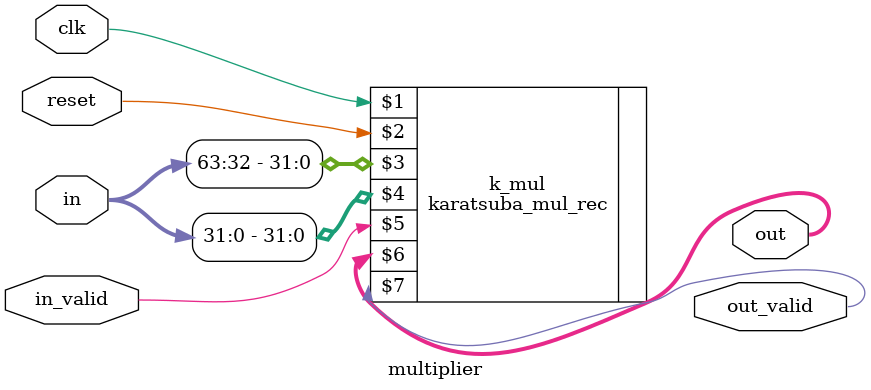
<source format=v>
`timescale 1ns / 1ps


module multiplier (
    input clk,
    input reset,
    
    input [63:0] in,
    input in_valid,

    output [63:0] out,
    output out_valid
);

    karatsuba_mul_rec #(32) k_mul(
        clk,
        reset,
        in[63:32],
        in[31:0],
        in_valid,
        out,
        out_valid
    );

endmodule

</source>
